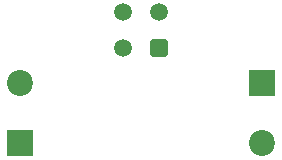
<source format=gbr>
%TF.GenerationSoftware,KiCad,Pcbnew,9.0.0*%
%TF.CreationDate,2025-03-01T23:02:35+01:00*%
%TF.ProjectId,vcore3-molex-shelf,76636f72-6533-42d6-9d6f-6c65782d7368,rev?*%
%TF.SameCoordinates,Original*%
%TF.FileFunction,Soldermask,Top*%
%TF.FilePolarity,Negative*%
%FSLAX46Y46*%
G04 Gerber Fmt 4.6, Leading zero omitted, Abs format (unit mm)*
G04 Created by KiCad (PCBNEW 9.0.0) date 2025-03-01 23:02:35*
%MOMM*%
%LPD*%
G01*
G04 APERTURE LIST*
G04 Aperture macros list*
%AMRoundRect*
0 Rectangle with rounded corners*
0 $1 Rounding radius*
0 $2 $3 $4 $5 $6 $7 $8 $9 X,Y pos of 4 corners*
0 Add a 4 corners polygon primitive as box body*
4,1,4,$2,$3,$4,$5,$6,$7,$8,$9,$2,$3,0*
0 Add four circle primitives for the rounded corners*
1,1,$1+$1,$2,$3*
1,1,$1+$1,$4,$5*
1,1,$1+$1,$6,$7*
1,1,$1+$1,$8,$9*
0 Add four rect primitives between the rounded corners*
20,1,$1+$1,$2,$3,$4,$5,0*
20,1,$1+$1,$4,$5,$6,$7,0*
20,1,$1+$1,$6,$7,$8,$9,0*
20,1,$1+$1,$8,$9,$2,$3,0*%
G04 Aperture macros list end*
%ADD10RoundRect,0.250001X0.499999X0.499999X-0.499999X0.499999X-0.499999X-0.499999X0.499999X-0.499999X0*%
%ADD11C,1.500000*%
%ADD12R,2.200000X2.200000*%
%ADD13C,2.200000*%
G04 APERTURE END LIST*
D10*
%TO.C,J0*%
X177500000Y-107915000D03*
D11*
X174500000Y-107915000D03*
X177500000Y-104915000D03*
X174500000Y-104915000D03*
%TD*%
D12*
%TO.C,J2*%
X186250000Y-110920000D03*
D13*
X186250000Y-116000000D03*
%TD*%
D12*
%TO.C,J1*%
X165716999Y-116000000D03*
D13*
X165716999Y-110920000D03*
%TD*%
M02*

</source>
